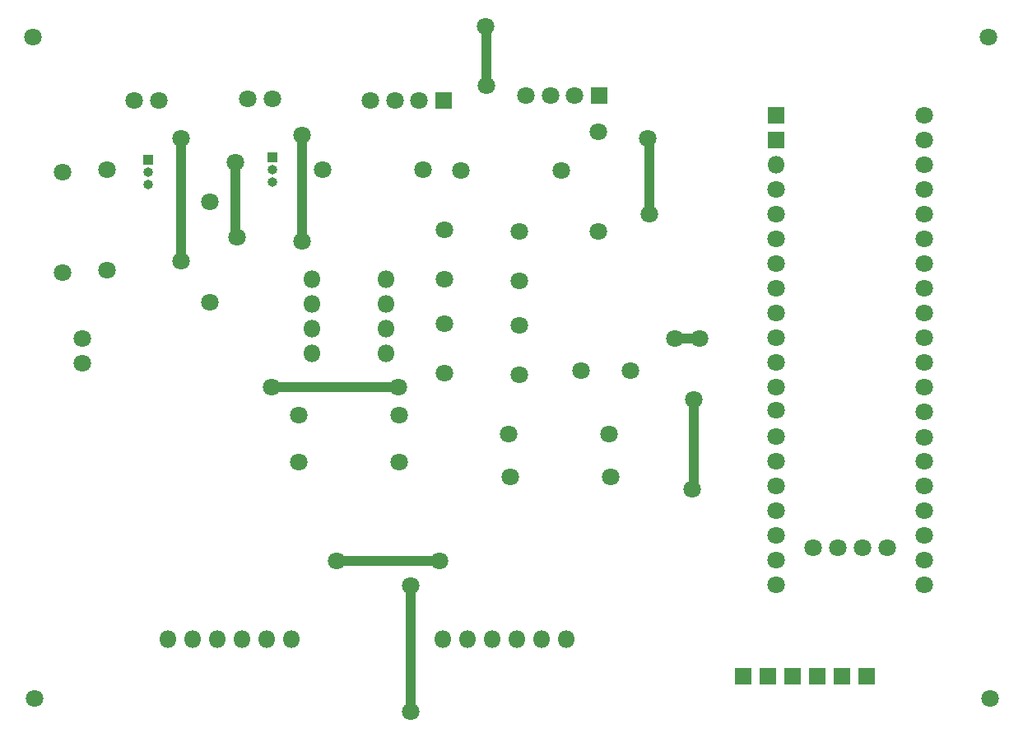
<source format=gtl>
G04 Layer: TopLayer*
G04 EasyEDA v6.5.46, 2024-09-03 21:34:31*
G04 a3a5ef0e5d234bae984b2533349a5239,230d3d8e61244ae18bc76ebd04fb3888,10*
G04 Gerber Generator version 0.2*
G04 Scale: 100 percent, Rotated: No, Reflected: No *
G04 Dimensions in millimeters *
G04 leading zeros omitted , absolute positions ,4 integer and 5 decimal *
%FSLAX45Y45*%
%MOMM*%

%ADD10C,1.0000*%
%ADD11C,1.8000*%
%ADD12R,1.8000X1.8000*%
%ADD13O,0.9999979999999999X0.9999979999999999*%
%ADD14R,1.0000X1.0000*%
%ADD15O,1.7999964X1.7999964*%

%LPD*%
D10*
X7759700Y5321300D02*
G01*
X8013700Y5321300D01*
X5041900Y2781300D02*
G01*
X5039359Y1485900D01*
X5816600Y7924800D02*
G01*
X5816600Y8525499D01*
X5807699Y8534400D01*
X3606800Y4826000D02*
G01*
X4914900Y4826000D01*
X3238500Y7137400D02*
G01*
X3238500Y6375400D01*
X3251200Y6362700D01*
X2679700Y7378700D02*
G01*
X2679700Y6121400D01*
X7950200Y4699000D02*
G01*
X7950200Y3784600D01*
X7937500Y3771900D01*
X5339082Y3035300D02*
G01*
X4276044Y3035300D01*
X3924300Y7416800D02*
G01*
X3924300Y6324600D01*
X7480300Y7378700D02*
G01*
X7493000Y7366000D01*
X7493000Y6604000D01*
D11*
G01*
X5384800Y5930900D03*
G01*
X5384800Y6438900D03*
G01*
X6159500Y5918200D03*
G01*
X6159500Y6426200D03*
G01*
X6794500Y4991100D03*
G01*
X7302500Y4991100D03*
D12*
G01*
X8712200Y1854200D03*
G01*
X8966200Y1854200D03*
G01*
X9220200Y1854200D03*
G01*
X9474200Y1854200D03*
G01*
X9728200Y1854200D03*
G01*
X8458200Y1854200D03*
D11*
G01*
X6159500Y4953000D03*
G01*
X6159500Y5461000D03*
G01*
X5384800Y4965700D03*
G01*
X5384800Y5473700D03*
G01*
X3367531Y7785100D03*
G01*
X3617518Y7785100D03*
G01*
X2199106Y7772400D03*
G01*
X2449093Y7772400D03*
G01*
X6729018Y7823200D03*
D12*
G01*
X6979005Y7823200D03*
D11*
G01*
X6479006Y7823200D03*
G01*
X6229019Y7823200D03*
G01*
X5128793Y7772400D03*
D12*
G01*
X5378805Y7772400D03*
D11*
G01*
X4878781Y7772400D03*
G01*
X4628794Y7772400D03*
D13*
G01*
X3619500Y6934200D03*
G01*
X3619500Y7061200D03*
D14*
G01*
X3619500Y7188200D03*
D13*
G01*
X2336800Y6908800D03*
G01*
X2336800Y7035800D03*
D14*
G01*
X2336800Y7162800D03*
D11*
G01*
X2971800Y5695289D03*
G01*
X2971800Y6725310D03*
G01*
X4921910Y4051300D03*
G01*
X3891889Y4051300D03*
G01*
X1917700Y6025489D03*
G01*
X1917700Y7055510D03*
G01*
X3891889Y4533900D03*
G01*
X4921910Y4533900D03*
G01*
X5163210Y7061200D03*
G01*
X4133189Y7061200D03*
G01*
X1460500Y6000089D03*
G01*
X1460500Y7030110D03*
G01*
X6050889Y4343400D03*
G01*
X7080910Y4343400D03*
G01*
X7093610Y3898900D03*
G01*
X6063589Y3898900D03*
G01*
X5555589Y7048500D03*
G01*
X6585610Y7048500D03*
D15*
G01*
X4787900Y5932043D03*
G01*
X4787900Y5678043D03*
G01*
X4787900Y5424043D03*
G01*
X4787900Y5170043D03*
G01*
X4025900Y5170043D03*
G01*
X4025900Y5424043D03*
G01*
X4025900Y5678043D03*
G01*
X4025900Y5932043D03*
G01*
X2540000Y2235200D03*
G01*
X2794000Y2235200D03*
G01*
X3048000Y2235200D03*
G01*
X3302000Y2235200D03*
G01*
X3556000Y2235200D03*
G01*
X3810000Y2235200D03*
G01*
X5372100Y2235200D03*
G01*
X5626100Y2235200D03*
G01*
X5880100Y2235200D03*
G01*
X6134100Y2235200D03*
G01*
X6388100Y2235200D03*
G01*
X6642100Y2235200D03*
D11*
G01*
X6972300Y7449210D03*
G01*
X6972300Y6419189D03*
D12*
G01*
X8801100Y7366000D03*
D11*
G01*
X9944100Y3175000D03*
G01*
X9690100Y3175000D03*
G01*
X9436100Y3175000D03*
G01*
X9182100Y3175000D03*
D12*
G01*
X8801100Y7620000D03*
D15*
G01*
X8801100Y7112000D03*
D11*
G01*
X8801100Y6858000D03*
G01*
X8801100Y6604000D03*
G01*
X8801100Y6350000D03*
G01*
X8801100Y6096000D03*
G01*
X8801100Y5842000D03*
G01*
X8801100Y5588000D03*
G01*
X8801100Y5334000D03*
G01*
X8801100Y5080000D03*
G01*
X8801100Y4826000D03*
G01*
X8801100Y4584700D03*
G01*
X8801100Y4318000D03*
G01*
X8801100Y4064000D03*
G01*
X8801100Y3810000D03*
G01*
X8801100Y3556000D03*
G01*
X8801100Y3302000D03*
G01*
X8801100Y3048000D03*
G01*
X8801100Y2794000D03*
G01*
X10325100Y7620000D03*
G01*
X10325100Y7366000D03*
G01*
X10325100Y7112000D03*
G01*
X10325100Y6858000D03*
G01*
X10325100Y6604000D03*
G01*
X10325100Y6350000D03*
G01*
X10325100Y6096000D03*
G01*
X10325100Y5842000D03*
G01*
X10325100Y5588000D03*
G01*
X10325100Y5334000D03*
G01*
X10325100Y5080000D03*
G01*
X10325100Y4826000D03*
G01*
X10325100Y4572000D03*
G01*
X10325100Y4305300D03*
G01*
X10325100Y4064000D03*
G01*
X10325100Y3810000D03*
G01*
X10325100Y3556000D03*
G01*
X10325100Y3302000D03*
G01*
X10325100Y3048000D03*
G01*
X10325100Y2794000D03*
G01*
X1663700Y5069306D03*
G01*
X1663700Y5319293D03*
G01*
X3606800Y4826000D03*
G01*
X4914900Y4826000D03*
G01*
X3238500Y7137400D03*
G01*
X3251200Y6362700D03*
G01*
X3924300Y7416800D03*
G01*
X3924300Y6324600D03*
G01*
X2679700Y7378700D03*
G01*
X2679700Y6121400D03*
G01*
X7480300Y7378700D03*
G01*
X7493000Y6604000D03*
G01*
X7950200Y4699000D03*
G01*
X7937500Y3771900D03*
G01*
X5339079Y3035300D03*
G01*
X4276039Y3035300D03*
G01*
X5807709Y8534400D03*
G01*
X5816600Y7924800D03*
G01*
X5041900Y2781300D03*
G01*
X5039385Y1485900D03*
G01*
X7759700Y5321300D03*
G01*
X8013700Y5321300D03*
G01*
X10985500Y8420100D03*
G01*
X1155700Y8420100D03*
G01*
X1168400Y1625600D03*
G01*
X10998200Y1625600D03*
M02*

</source>
